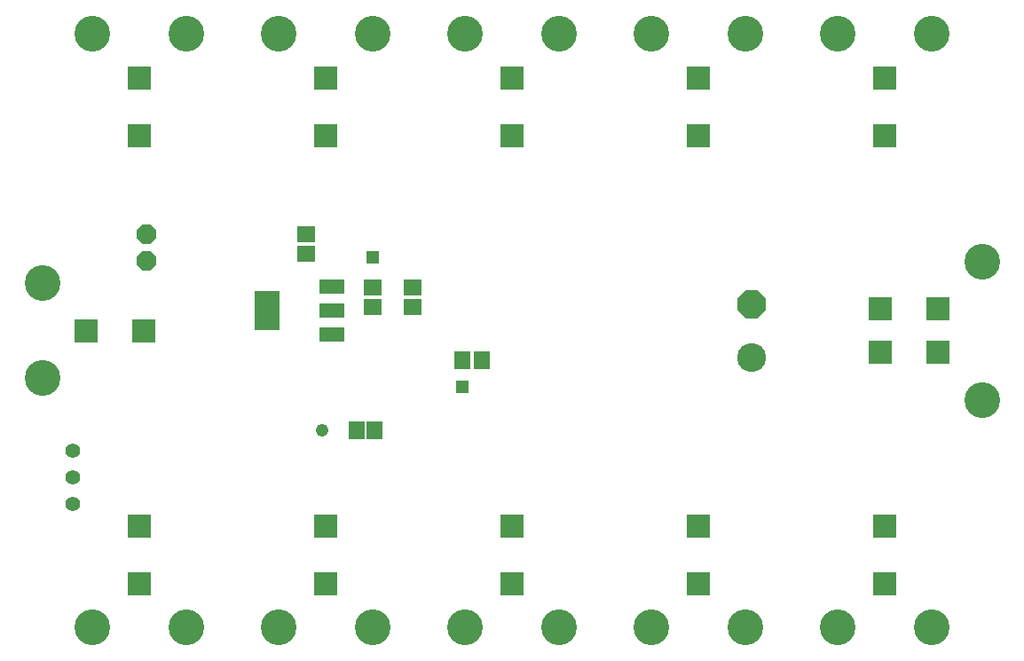
<source format=gbs>
G75*
%MOIN*%
%OFA0B0*%
%FSLAX24Y24*%
%IPPOS*%
%LPD*%
%AMOC8*
5,1,8,0,0,1.08239X$1,22.5*
%
%ADD10C,0.1080*%
%ADD11OC8,0.1080*%
%ADD12R,0.0592X0.0671*%
%ADD13OC8,0.0740*%
%ADD14R,0.0907X0.0907*%
%ADD15C,0.1340*%
%ADD16R,0.0710X0.0592*%
%ADD17R,0.0592X0.0710*%
%ADD18R,0.0960X0.0560*%
%ADD19R,0.0946X0.1497*%
%ADD20C,0.0556*%
%ADD21R,0.0476X0.0476*%
%ADD22C,0.0476*%
D10*
X030583Y014083D03*
D11*
X030583Y016083D03*
D12*
X016418Y011333D03*
X015748Y011333D03*
D13*
X007833Y017708D03*
X007833Y018708D03*
D14*
X007748Y015083D03*
X005583Y015083D03*
X007583Y007748D03*
X007583Y005583D03*
X014583Y005583D03*
X014583Y007748D03*
X021583Y007748D03*
X021583Y005583D03*
X028583Y005583D03*
X028583Y007748D03*
X035583Y007748D03*
X035583Y005583D03*
X035418Y014256D03*
X035418Y015910D03*
X037583Y015910D03*
X037583Y014256D03*
X035583Y022418D03*
X035583Y024583D03*
X028583Y024583D03*
X028583Y022418D03*
X021583Y022418D03*
X021583Y024583D03*
X014583Y024583D03*
X014583Y022418D03*
X007583Y022418D03*
X007583Y024583D03*
D15*
X005811Y003930D03*
X009355Y003930D03*
X012811Y003930D03*
X016355Y003930D03*
X019811Y003930D03*
X023355Y003930D03*
X026811Y003930D03*
X030355Y003930D03*
X033811Y003930D03*
X037355Y003930D03*
X039237Y012485D03*
X039237Y017681D03*
X037355Y026237D03*
X033811Y026237D03*
X030355Y026237D03*
X026811Y026237D03*
X023355Y026237D03*
X019811Y026237D03*
X016355Y026237D03*
X012811Y026237D03*
X009355Y026237D03*
X005811Y026237D03*
X003930Y016855D03*
X003930Y013311D03*
D16*
X013833Y017959D03*
X013833Y018707D03*
X016333Y016707D03*
X016333Y015959D03*
X017833Y015959D03*
X017833Y016707D03*
D17*
X019709Y013958D03*
X020457Y013958D03*
D18*
X014803Y014923D03*
X014803Y015833D03*
X014803Y016743D03*
D19*
X012363Y015833D03*
D20*
X005083Y010583D03*
X005083Y009583D03*
X005083Y008583D03*
D21*
X016333Y017833D03*
X019708Y012958D03*
D22*
X014458Y011333D03*
M02*

</source>
